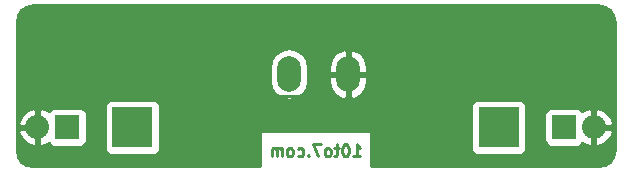
<source format=gbl>
%FSLAX34Y34*%
G04 Gerber Fmt 3.4, Leading zero omitted, Abs format*
G04 (created by PCBNEW (2014-03-19 BZR 4756)-product) date Fri 20 Jun 2014 08:00:44 BST*
%MOIN*%
G01*
G70*
G90*
G04 APERTURE LIST*
%ADD10C,0.005906*%
%ADD11C,0.009843*%
%ADD12R,0.080000X0.080000*%
%ADD13O,0.080000X0.080000*%
%ADD14R,0.133900X0.133900*%
%ADD15O,0.078700X0.118700*%
%ADD16C,0.010000*%
G04 APERTURE END LIST*
G54D10*
G54D11*
X58687Y-36634D02*
X58912Y-36634D01*
X58799Y-36634D02*
X58799Y-36241D01*
X58837Y-36297D01*
X58874Y-36334D01*
X58912Y-36353D01*
X58443Y-36241D02*
X58405Y-36241D01*
X58368Y-36259D01*
X58349Y-36278D01*
X58330Y-36316D01*
X58312Y-36391D01*
X58312Y-36484D01*
X58330Y-36559D01*
X58349Y-36597D01*
X58368Y-36616D01*
X58405Y-36634D01*
X58443Y-36634D01*
X58480Y-36616D01*
X58499Y-36597D01*
X58518Y-36559D01*
X58537Y-36484D01*
X58537Y-36391D01*
X58518Y-36316D01*
X58499Y-36278D01*
X58480Y-36259D01*
X58443Y-36241D01*
X58199Y-36372D02*
X58049Y-36372D01*
X58143Y-36241D02*
X58143Y-36578D01*
X58124Y-36616D01*
X58087Y-36634D01*
X58049Y-36634D01*
X57862Y-36634D02*
X57899Y-36616D01*
X57918Y-36597D01*
X57937Y-36559D01*
X57937Y-36447D01*
X57918Y-36409D01*
X57899Y-36391D01*
X57862Y-36372D01*
X57806Y-36372D01*
X57768Y-36391D01*
X57749Y-36409D01*
X57731Y-36447D01*
X57731Y-36559D01*
X57749Y-36597D01*
X57768Y-36616D01*
X57806Y-36634D01*
X57862Y-36634D01*
X57599Y-36241D02*
X57337Y-36241D01*
X57506Y-36634D01*
X57187Y-36597D02*
X57168Y-36616D01*
X57187Y-36634D01*
X57206Y-36616D01*
X57187Y-36597D01*
X57187Y-36634D01*
X56831Y-36616D02*
X56868Y-36634D01*
X56943Y-36634D01*
X56981Y-36616D01*
X56999Y-36597D01*
X57018Y-36559D01*
X57018Y-36447D01*
X56999Y-36409D01*
X56981Y-36391D01*
X56943Y-36372D01*
X56868Y-36372D01*
X56831Y-36391D01*
X56606Y-36634D02*
X56643Y-36616D01*
X56662Y-36597D01*
X56681Y-36559D01*
X56681Y-36447D01*
X56662Y-36409D01*
X56643Y-36391D01*
X56606Y-36372D01*
X56549Y-36372D01*
X56512Y-36391D01*
X56493Y-36409D01*
X56474Y-36447D01*
X56474Y-36559D01*
X56493Y-36597D01*
X56512Y-36616D01*
X56549Y-36634D01*
X56606Y-36634D01*
X56306Y-36634D02*
X56306Y-36372D01*
X56306Y-36409D02*
X56287Y-36391D01*
X56250Y-36372D01*
X56193Y-36372D01*
X56156Y-36391D01*
X56137Y-36428D01*
X56137Y-36634D01*
X56137Y-36428D02*
X56118Y-36391D01*
X56081Y-36372D01*
X56025Y-36372D01*
X55987Y-36391D01*
X55968Y-36428D01*
X55968Y-36634D01*
G54D12*
X65710Y-35669D03*
G54D13*
X66710Y-35669D03*
G54D12*
X49151Y-35669D03*
G54D13*
X48151Y-35669D03*
G54D14*
X51328Y-35669D03*
X63533Y-35669D03*
G54D15*
X56545Y-33897D03*
X58513Y-33897D03*
G54D16*
X48629Y-34641D02*
X48151Y-35119D01*
X57226Y-34641D02*
X48629Y-34641D01*
X57969Y-33897D02*
X57226Y-34641D01*
X58513Y-33897D02*
X57969Y-33897D01*
X48151Y-35669D02*
X48151Y-35119D01*
G54D10*
G36*
X67397Y-36430D02*
X67353Y-36652D01*
X67342Y-36668D01*
X67342Y-35820D01*
X67342Y-35518D01*
X67264Y-35328D01*
X67091Y-35142D01*
X66861Y-35037D01*
X66760Y-35083D01*
X66760Y-35619D01*
X67295Y-35619D01*
X67342Y-35518D01*
X67342Y-35820D01*
X67295Y-35719D01*
X66760Y-35719D01*
X66760Y-36254D01*
X66861Y-36301D01*
X67091Y-36195D01*
X67264Y-36009D01*
X67342Y-35820D01*
X67342Y-36668D01*
X67242Y-36819D01*
X67076Y-36930D01*
X66853Y-36974D01*
X66660Y-36974D01*
X66660Y-36254D01*
X66660Y-35719D01*
X66652Y-35719D01*
X66652Y-35619D01*
X66660Y-35619D01*
X66660Y-35083D01*
X66559Y-35037D01*
X66329Y-35142D01*
X66329Y-35143D01*
X66322Y-35127D01*
X66252Y-35057D01*
X66160Y-35019D01*
X66060Y-35019D01*
X65260Y-35019D01*
X65169Y-35057D01*
X65098Y-35127D01*
X65060Y-35219D01*
X65060Y-35319D01*
X65060Y-36119D01*
X65098Y-36210D01*
X65169Y-36281D01*
X65260Y-36319D01*
X65360Y-36319D01*
X66160Y-36319D01*
X66252Y-36281D01*
X66322Y-36210D01*
X66329Y-36195D01*
X66329Y-36195D01*
X66559Y-36301D01*
X66660Y-36254D01*
X66660Y-36974D01*
X64452Y-36974D01*
X64452Y-36388D01*
X64452Y-36289D01*
X64452Y-34950D01*
X64414Y-34858D01*
X64344Y-34787D01*
X64252Y-34749D01*
X64153Y-34749D01*
X62814Y-34749D01*
X62722Y-34787D01*
X62652Y-34858D01*
X62613Y-34950D01*
X62613Y-35049D01*
X62613Y-36388D01*
X62652Y-36480D01*
X62722Y-36550D01*
X62814Y-36588D01*
X62913Y-36588D01*
X64252Y-36588D01*
X64344Y-36550D01*
X64414Y-36480D01*
X64452Y-36388D01*
X64452Y-36974D01*
X59286Y-36974D01*
X59286Y-35783D01*
X59157Y-35783D01*
X59157Y-34147D01*
X59157Y-33947D01*
X59157Y-33847D01*
X59157Y-33647D01*
X59088Y-33405D01*
X58933Y-33207D01*
X58713Y-33083D01*
X58663Y-33071D01*
X58563Y-33118D01*
X58563Y-33847D01*
X59157Y-33847D01*
X59157Y-33947D01*
X58563Y-33947D01*
X58563Y-34676D01*
X58663Y-34723D01*
X58713Y-34711D01*
X58933Y-34588D01*
X59088Y-34390D01*
X59157Y-34147D01*
X59157Y-35783D01*
X58463Y-35783D01*
X58463Y-34676D01*
X58463Y-33947D01*
X58463Y-33847D01*
X58463Y-33118D01*
X58363Y-33071D01*
X58313Y-33083D01*
X58093Y-33207D01*
X57938Y-33405D01*
X57870Y-33647D01*
X57870Y-33847D01*
X58463Y-33847D01*
X58463Y-33947D01*
X57870Y-33947D01*
X57870Y-34147D01*
X57938Y-34390D01*
X58093Y-34588D01*
X58313Y-34711D01*
X58363Y-34723D01*
X58463Y-34676D01*
X58463Y-35783D01*
X57189Y-35783D01*
X57189Y-34114D01*
X57189Y-33681D01*
X57140Y-33434D01*
X57000Y-33226D01*
X56791Y-33086D01*
X56545Y-33037D01*
X56299Y-33086D01*
X56090Y-33226D01*
X55951Y-33434D01*
X55902Y-33681D01*
X55902Y-34114D01*
X55951Y-34360D01*
X56090Y-34569D01*
X56299Y-34708D01*
X56545Y-34757D01*
X56791Y-34708D01*
X57000Y-34569D01*
X57140Y-34360D01*
X57189Y-34114D01*
X57189Y-35783D01*
X55575Y-35783D01*
X55575Y-36974D01*
X52248Y-36974D01*
X52248Y-36388D01*
X52248Y-36289D01*
X52248Y-34950D01*
X52210Y-34858D01*
X52139Y-34787D01*
X52047Y-34749D01*
X51948Y-34749D01*
X50609Y-34749D01*
X50517Y-34787D01*
X50447Y-34858D01*
X50409Y-34950D01*
X50409Y-35049D01*
X50409Y-36388D01*
X50447Y-36480D01*
X50517Y-36550D01*
X50609Y-36588D01*
X50708Y-36588D01*
X52047Y-36588D01*
X52139Y-36550D01*
X52210Y-36480D01*
X52248Y-36388D01*
X52248Y-36974D01*
X49801Y-36974D01*
X49801Y-36119D01*
X49801Y-36019D01*
X49801Y-35219D01*
X49763Y-35127D01*
X49693Y-35057D01*
X49601Y-35019D01*
X49501Y-35019D01*
X48701Y-35019D01*
X48609Y-35057D01*
X48539Y-35127D01*
X48533Y-35143D01*
X48532Y-35142D01*
X48302Y-35037D01*
X48201Y-35083D01*
X48201Y-35619D01*
X48209Y-35619D01*
X48209Y-35719D01*
X48201Y-35719D01*
X48201Y-36254D01*
X48302Y-36301D01*
X48532Y-36195D01*
X48533Y-36195D01*
X48539Y-36210D01*
X48609Y-36281D01*
X48701Y-36319D01*
X48801Y-36319D01*
X49601Y-36319D01*
X49693Y-36281D01*
X49763Y-36210D01*
X49801Y-36119D01*
X49801Y-36974D01*
X48101Y-36974D01*
X48101Y-36254D01*
X48101Y-35719D01*
X48101Y-35619D01*
X48101Y-35083D01*
X48000Y-35037D01*
X47770Y-35142D01*
X47597Y-35328D01*
X47519Y-35518D01*
X47566Y-35619D01*
X48101Y-35619D01*
X48101Y-35719D01*
X47566Y-35719D01*
X47519Y-35820D01*
X47597Y-36009D01*
X47770Y-36195D01*
X48000Y-36301D01*
X48101Y-36254D01*
X48101Y-36974D01*
X48008Y-36974D01*
X47786Y-36930D01*
X47619Y-36819D01*
X47508Y-36652D01*
X47464Y-36430D01*
X47464Y-32152D01*
X47508Y-31929D01*
X47619Y-31763D01*
X47786Y-31652D01*
X48008Y-31608D01*
X66853Y-31608D01*
X67076Y-31652D01*
X67242Y-31763D01*
X67353Y-31929D01*
X67397Y-32152D01*
X67397Y-36430D01*
X67397Y-36430D01*
G37*
G54D16*
X67397Y-36430D02*
X67353Y-36652D01*
X67342Y-36668D01*
X67342Y-35820D01*
X67342Y-35518D01*
X67264Y-35328D01*
X67091Y-35142D01*
X66861Y-35037D01*
X66760Y-35083D01*
X66760Y-35619D01*
X67295Y-35619D01*
X67342Y-35518D01*
X67342Y-35820D01*
X67295Y-35719D01*
X66760Y-35719D01*
X66760Y-36254D01*
X66861Y-36301D01*
X67091Y-36195D01*
X67264Y-36009D01*
X67342Y-35820D01*
X67342Y-36668D01*
X67242Y-36819D01*
X67076Y-36930D01*
X66853Y-36974D01*
X66660Y-36974D01*
X66660Y-36254D01*
X66660Y-35719D01*
X66652Y-35719D01*
X66652Y-35619D01*
X66660Y-35619D01*
X66660Y-35083D01*
X66559Y-35037D01*
X66329Y-35142D01*
X66329Y-35143D01*
X66322Y-35127D01*
X66252Y-35057D01*
X66160Y-35019D01*
X66060Y-35019D01*
X65260Y-35019D01*
X65169Y-35057D01*
X65098Y-35127D01*
X65060Y-35219D01*
X65060Y-35319D01*
X65060Y-36119D01*
X65098Y-36210D01*
X65169Y-36281D01*
X65260Y-36319D01*
X65360Y-36319D01*
X66160Y-36319D01*
X66252Y-36281D01*
X66322Y-36210D01*
X66329Y-36195D01*
X66329Y-36195D01*
X66559Y-36301D01*
X66660Y-36254D01*
X66660Y-36974D01*
X64452Y-36974D01*
X64452Y-36388D01*
X64452Y-36289D01*
X64452Y-34950D01*
X64414Y-34858D01*
X64344Y-34787D01*
X64252Y-34749D01*
X64153Y-34749D01*
X62814Y-34749D01*
X62722Y-34787D01*
X62652Y-34858D01*
X62613Y-34950D01*
X62613Y-35049D01*
X62613Y-36388D01*
X62652Y-36480D01*
X62722Y-36550D01*
X62814Y-36588D01*
X62913Y-36588D01*
X64252Y-36588D01*
X64344Y-36550D01*
X64414Y-36480D01*
X64452Y-36388D01*
X64452Y-36974D01*
X59286Y-36974D01*
X59286Y-35783D01*
X59157Y-35783D01*
X59157Y-34147D01*
X59157Y-33947D01*
X59157Y-33847D01*
X59157Y-33647D01*
X59088Y-33405D01*
X58933Y-33207D01*
X58713Y-33083D01*
X58663Y-33071D01*
X58563Y-33118D01*
X58563Y-33847D01*
X59157Y-33847D01*
X59157Y-33947D01*
X58563Y-33947D01*
X58563Y-34676D01*
X58663Y-34723D01*
X58713Y-34711D01*
X58933Y-34588D01*
X59088Y-34390D01*
X59157Y-34147D01*
X59157Y-35783D01*
X58463Y-35783D01*
X58463Y-34676D01*
X58463Y-33947D01*
X58463Y-33847D01*
X58463Y-33118D01*
X58363Y-33071D01*
X58313Y-33083D01*
X58093Y-33207D01*
X57938Y-33405D01*
X57870Y-33647D01*
X57870Y-33847D01*
X58463Y-33847D01*
X58463Y-33947D01*
X57870Y-33947D01*
X57870Y-34147D01*
X57938Y-34390D01*
X58093Y-34588D01*
X58313Y-34711D01*
X58363Y-34723D01*
X58463Y-34676D01*
X58463Y-35783D01*
X57189Y-35783D01*
X57189Y-34114D01*
X57189Y-33681D01*
X57140Y-33434D01*
X57000Y-33226D01*
X56791Y-33086D01*
X56545Y-33037D01*
X56299Y-33086D01*
X56090Y-33226D01*
X55951Y-33434D01*
X55902Y-33681D01*
X55902Y-34114D01*
X55951Y-34360D01*
X56090Y-34569D01*
X56299Y-34708D01*
X56545Y-34757D01*
X56791Y-34708D01*
X57000Y-34569D01*
X57140Y-34360D01*
X57189Y-34114D01*
X57189Y-35783D01*
X55575Y-35783D01*
X55575Y-36974D01*
X52248Y-36974D01*
X52248Y-36388D01*
X52248Y-36289D01*
X52248Y-34950D01*
X52210Y-34858D01*
X52139Y-34787D01*
X52047Y-34749D01*
X51948Y-34749D01*
X50609Y-34749D01*
X50517Y-34787D01*
X50447Y-34858D01*
X50409Y-34950D01*
X50409Y-35049D01*
X50409Y-36388D01*
X50447Y-36480D01*
X50517Y-36550D01*
X50609Y-36588D01*
X50708Y-36588D01*
X52047Y-36588D01*
X52139Y-36550D01*
X52210Y-36480D01*
X52248Y-36388D01*
X52248Y-36974D01*
X49801Y-36974D01*
X49801Y-36119D01*
X49801Y-36019D01*
X49801Y-35219D01*
X49763Y-35127D01*
X49693Y-35057D01*
X49601Y-35019D01*
X49501Y-35019D01*
X48701Y-35019D01*
X48609Y-35057D01*
X48539Y-35127D01*
X48533Y-35143D01*
X48532Y-35142D01*
X48302Y-35037D01*
X48201Y-35083D01*
X48201Y-35619D01*
X48209Y-35619D01*
X48209Y-35719D01*
X48201Y-35719D01*
X48201Y-36254D01*
X48302Y-36301D01*
X48532Y-36195D01*
X48533Y-36195D01*
X48539Y-36210D01*
X48609Y-36281D01*
X48701Y-36319D01*
X48801Y-36319D01*
X49601Y-36319D01*
X49693Y-36281D01*
X49763Y-36210D01*
X49801Y-36119D01*
X49801Y-36974D01*
X48101Y-36974D01*
X48101Y-36254D01*
X48101Y-35719D01*
X48101Y-35619D01*
X48101Y-35083D01*
X48000Y-35037D01*
X47770Y-35142D01*
X47597Y-35328D01*
X47519Y-35518D01*
X47566Y-35619D01*
X48101Y-35619D01*
X48101Y-35719D01*
X47566Y-35719D01*
X47519Y-35820D01*
X47597Y-36009D01*
X47770Y-36195D01*
X48000Y-36301D01*
X48101Y-36254D01*
X48101Y-36974D01*
X48008Y-36974D01*
X47786Y-36930D01*
X47619Y-36819D01*
X47508Y-36652D01*
X47464Y-36430D01*
X47464Y-32152D01*
X47508Y-31929D01*
X47619Y-31763D01*
X47786Y-31652D01*
X48008Y-31608D01*
X66853Y-31608D01*
X67076Y-31652D01*
X67242Y-31763D01*
X67353Y-31929D01*
X67397Y-32152D01*
X67397Y-36430D01*
M02*

</source>
